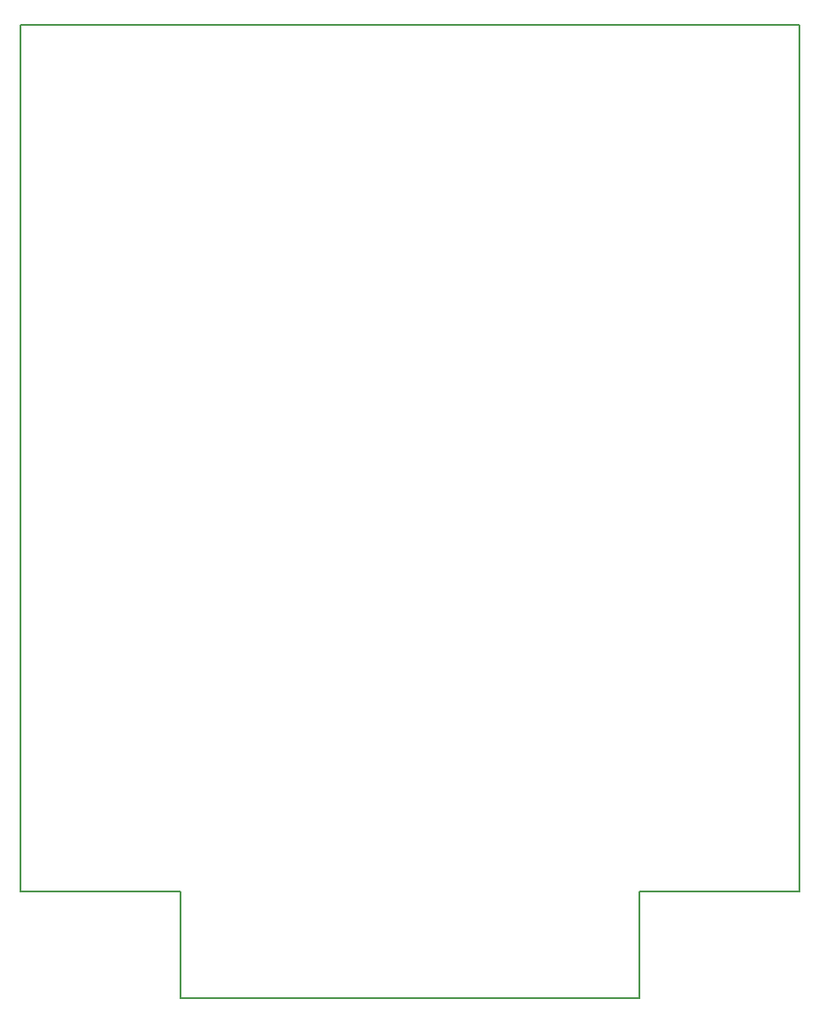
<source format=gbr>
%TF.GenerationSoftware,KiCad,Pcbnew,6.0.2+dfsg-1*%
%TF.CreationDate,2022-12-28T13:01:40+01:00*%
%TF.ProjectId,RobotMotorController,526f626f-744d-46f7-946f-72436f6e7472,rev?*%
%TF.SameCoordinates,Original*%
%TF.FileFunction,Profile,NP*%
%FSLAX46Y46*%
G04 Gerber Fmt 4.6, Leading zero omitted, Abs format (unit mm)*
G04 Created by KiCad (PCBNEW 6.0.2+dfsg-1) date 2022-12-28 13:01:40*
%MOMM*%
%LPD*%
G01*
G04 APERTURE LIST*
%TA.AperFunction,Profile*%
%ADD10C,0.150000*%
%TD*%
G04 APERTURE END LIST*
D10*
X71374000Y-61214000D02*
X56134000Y-61214000D01*
X56134000Y-61214000D02*
X56134000Y-71374000D01*
X56134000Y-71374000D02*
X12446000Y-71374000D01*
X12446000Y-71374000D02*
X12446000Y-61214000D01*
X12446000Y-61214000D02*
X-2794000Y-61214000D01*
X-2794000Y-61214000D02*
X-2794000Y21336000D01*
X-2794000Y21336000D02*
X71374000Y21336000D01*
X71374000Y21336000D02*
X71374000Y-61214000D01*
M02*

</source>
